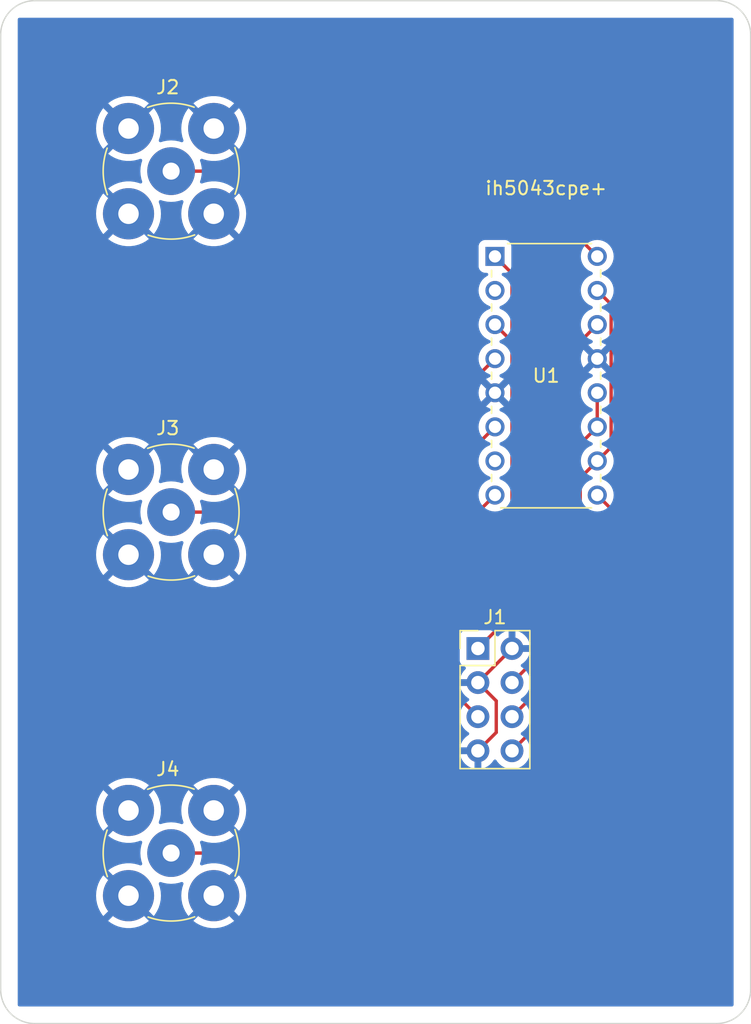
<source format=kicad_pcb>
(kicad_pcb (version 20211014) (generator pcbnew)
  (layers (0 "F.Cu" signal) (31 "B.Cu" signal) (34 "B.Paste" user) (35 "F.Paste" user) (36 "B.SilkS" user "B.Silkscreen") (37 "F.SilkS" user "F.Silkscreen") (38 "B.Mask" user) (39 "F.Mask" user) (44 "Edge.Cuts" user))
  (net 0 "")
  (net 1 "/analogInput1+")
  (net 2 "GND")
  (net 3 "/analogInput2+")
  (net 4 "-5V")
  (net 5 "+5V")
  (net 6 "/clock")
  (net 7 "/sensor1")
  (net 8 "/sensor2")
  (net 9 "/sensor3")
  (footprint "Connector_Coaxial:BNC_TEConnectivity_1478204_Vertical" (layer "F.Cu") (at 198.12 96.52)
    (fp_text reference "J2" (at -0.25 -6.25) (layer "F.SilkS"))
    (fp_text value "Conn_Coaxial")
    (fp_arc (start -4.75 1.75) (mid -5.062075 0.019867) (end -4.763589 -1.712663) (layer "F.SilkS") (width 0.12))
    (fp_arc (start 4.75 -1.75) (mid 5.062075 -0.019867) (end 4.763589 1.712663) (layer "F.SilkS") (width 0.12))
    (fp_arc (start 1.75 4.75) (mid 0.019867 5.062075) (end -1.712663 4.763589) (layer "F.SilkS") (width 0.12))
    (fp_arc (start -1.75 -4.75) (mid -0.019867 -5.062075) (end 1.712663 -4.763589) (layer "F.SilkS") (width 0.12))
    (pad "1" thru_hole circle (at 0 0) (size 3.556 3.556) (drill 1.27) (layers *.Cu *.Mask) (net 7 "/sensor1"))
    (pad "2" thru_hole circle (at -3.175 3.175) (size 3.81 3.81) (drill 1.524) (layers *.Cu *.Mask) (net 2 "GND"))
    (pad "2" thru_hole circle (at -3.175 -3.175) (size 3.81 3.81) (drill 1.524) (layers *.Cu *.Mask) (net 2 "GND"))
    (pad "2" thru_hole circle (at 3.175 3.175) (size 3.81 3.81) (drill 1.524) (layers *.Cu *.Mask) (net 2 "GND"))
    (pad "2" thru_hole circle (at 3.175 -3.175) (size 3.81 3.81) (drill 1.524) (layers *.Cu *.Mask) (net 2 "GND"))
  )
  (footprint "Connector_Coaxial:BNC_TEConnectivity_1478204_Vertical" (layer "F.Cu") (at 198.12 147.32)
    (fp_text reference "J4" (at -0.25 -6.25) (layer "F.SilkS"))
    (fp_text value "Conn_Coaxial")
    (fp_arc (start 4.75 -1.75) (mid 5.062075 -0.019867) (end 4.763589 1.712663) (layer "F.SilkS") (width 0.12))
    (fp_arc (start 1.75 4.75) (mid 0.019867 5.062075) (end -1.712663 4.763589) (layer "F.SilkS") (width 0.12))
    (fp_arc (start -4.75 1.75) (mid -5.062075 0.019867) (end -4.763589 -1.712663) (layer "F.SilkS") (width 0.12))
    (fp_arc (start -1.75 -4.75) (mid -0.019867 -5.062075) (end 1.712663 -4.763589) (layer "F.SilkS") (width 0.12))
    (pad "1" thru_hole circle (at 0 0) (size 3.556 3.556) (drill 1.27) (layers *.Cu *.Mask) (net 9 "/sensor3"))
    (pad "2" thru_hole circle (at -3.175 -3.175) (size 3.81 3.81) (drill 1.524) (layers *.Cu *.Mask) (net 2 "GND"))
    (pad "2" thru_hole circle (at -3.175 3.175) (size 3.81 3.81) (drill 1.524) (layers *.Cu *.Mask) (net 2 "GND"))
    (pad "2" thru_hole circle (at 3.175 3.175) (size 3.81 3.81) (drill 1.524) (layers *.Cu *.Mask) (net 2 "GND"))
    (pad "2" thru_hole circle (at 3.175 -3.175) (size 3.81 3.81) (drill 1.524) (layers *.Cu *.Mask) (net 2 "GND"))
  )
  (footprint "Connector_PinHeader_2.54mm:PinHeader_2x04_P2.54mm_Vertical" (layer "F.Cu") (at 220.98 132.08)
    (fp_text reference "J1" (at 1.27 -2.33) (layer "F.SilkS"))
    (fp_text value "Conn_02x04_Counter_Clockwise")
    (fp_line (start 3.87 -1.33) (end 3.87 8.95) (layer "F.SilkS") (width 0.12))
    (fp_line (start 1.27 1.27) (end 1.27 -1.33) (layer "F.SilkS") (width 0.12))
    (fp_line (start 1.27 -1.33) (end 3.87 -1.33) (layer "F.SilkS") (width 0.12))
    (fp_line (start -1.33 0) (end -1.33 -1.33) (layer "F.SilkS") (width 0.12))
    (fp_line (start -1.33 -1.33) (end 0 -1.33) (layer "F.SilkS") (width 0.12))
    (fp_line (start -1.33 8.95) (end 3.87 8.95) (layer "F.SilkS") (width 0.12))
    (fp_line (start -1.33 1.27) (end 1.27 1.27) (layer "F.SilkS") (width 0.12))
    (fp_line (start -1.33 1.27) (end -1.33 8.95) (layer "F.SilkS") (width 0.12))
    (pad "1" thru_hole rect (at 0 0) (size 1.7 1.7) (drill 1) (layers *.Cu *.Mask) (net 1 "/analogInput1+"))
    (pad "2" thru_hole oval (at 0 2.54) (size 1.7 1.7) (drill 1) (layers *.Cu *.Mask) (net 2 "GND"))
    (pad "3" thru_hole oval (at 0 5.08) (size 1.7 1.7) (drill 1) (layers *.Cu *.Mask) (net 3 "/analogInput2+"))
    (pad "4" thru_hole oval (at 0 7.62) (size 1.7 1.7) (drill 1) (layers *.Cu *.Mask) (net 2 "GND"))
    (pad "5" thru_hole oval (at 2.54 7.62) (size 1.7 1.7) (drill 1) (layers *.Cu *.Mask) (net 6 "/clock"))
    (pad "6" thru_hole oval (at 2.54 5.08) (size 1.7 1.7) (drill 1) (layers *.Cu *.Mask) (net 5 "+5V"))
    (pad "7" thru_hole oval (at 2.54 2.54) (size 1.7 1.7) (drill 1) (layers *.Cu *.Mask) (net 4 "-5V"))
    (pad "8" thru_hole oval (at 2.54 0) (size 1.7 1.7) (drill 1) (layers *.Cu *.Mask) (net 2 "GND"))
  )
  (footprint "IH5043:ih5043cpe&plus_" (layer "F.Cu") (at 222.25 102.87)
    (fp_text reference "U1" (at 3.81 8.89) (layer "F.SilkS"))
    (fp_text value "ih5043cpe+" (at 3.81 -5.08) (layer "F.SilkS"))
    (fp_line (start -0.254 6.092568) (end -0.254 6.607432) (layer "F.SilkS") (width 0.12))
    (fp_line (start 7.874 4.067432) (end 7.874 3.552568) (layer "F.SilkS") (width 0.12))
    (fp_line (start -0.254 11.172568) (end -0.254 11.687432) (layer "F.SilkS") (width 0.12))
    (fp_line (start 7.874 6.607432) (end 7.874 6.092568) (layer "F.SilkS") (width 0.12))
    (fp_line (start -0.254 8.632568) (end -0.254 9.147432) (layer "F.SilkS") (width 0.12))
    (fp_line (start 7.874 14.227432) (end 7.874 13.712568) (layer "F.SilkS") (width 0.12))
    (fp_line (start 7.874 1.527432) (end 7.874 1.012568) (layer "F.SilkS") (width 0.12))
    (fp_line (start 0.427264 18.7325) (end 7.192736 18.7325) (layer "F.SilkS") (width 0.12))
    (fp_line (start -0.254 1.04394) (end -0.254 1.527432) (layer "F.SilkS") (width 0.12))
    (fp_line (start -0.254 13.712568) (end -0.254 14.227432) (layer "F.SilkS") (width 0.12))
    (fp_line (start 7.874 11.687432) (end 7.874 11.172568) (layer "F.SilkS") (width 0.12))
    (fp_line (start -0.254 16.252568) (end -0.254 16.767432) (layer "F.SilkS") (width 0.12))
    (fp_line (start 7.192736 -0.9525) (end 0.940307 -0.9525) (layer "F.SilkS") (width 0.12))
    (fp_line (start 7.874 9.147432) (end 7.874 8.632568) (layer "F.SilkS") (width 0.12))
    (fp_line (start 7.874 16.767432) (end 7.874 16.252568) (layer "F.SilkS") (width 0.12))
    (fp_line (start -0.254 3.552568) (end -0.254 4.067432) (layer "F.SilkS") (width 0.12))
    (pad "1" thru_hole rect (at 0 0) (size 1.4224 1.4224) (drill 0.9144) (layers *.Cu *.Mask) (net 1 "/analogInput1+"))
    (pad "2" thru_hole circle (at 0 2.54) (size 1.4224 1.4224) (drill 0.9144) (layers *.Cu *.Mask))
    (pad "3" thru_hole circle (at 0 5.08) (size 1.4224 1.4224) (drill 0.9144) (layers *.Cu *.Mask) (net 1 "/analogInput1+"))
    (pad "4" thru_hole circle (at 0 7.62) (size 1.4224 1.4224) (drill 0.9144) (layers *.Cu *.Mask) (net 8 "/sensor2"))
    (pad "5" thru_hole circle (at 0 10.16) (size 1.4224 1.4224) (drill 0.9144) (layers *.Cu *.Mask) (net 2 "GND"))
    (pad "6" thru_hole circle (at 0 12.7) (size 1.4224 1.4224) (drill 0.9144) (layers *.Cu *.Mask) (net 3 "/analogInput2+"))
    (pad "7" thru_hole circle (at 0 15.24) (size 1.4224 1.4224) (drill 0.9144) (layers *.Cu *.Mask))
    (pad "8" thru_hole circle (at 0 17.78) (size 1.4224 1.4224) (drill 0.9144) (layers *.Cu *.Mask) (net 3 "/analogInput2+"))
    (pad "9" thru_hole circle (at 7.62 17.78) (size 1.4224 1.4224) (drill 0.9144) (layers *.Cu *.Mask) (net 9 "/sensor3"))
    (pad "10" thru_hole circle (at 7.62 15.24) (size 1.4224 1.4224) (drill 0.9144) (layers *.Cu *.Mask) (net 6 "/clock"))
    (pad "11" thru_hole circle (at 7.62 12.7) (size 1.4224 1.4224) (drill 0.9144) (layers *.Cu *.Mask) (net 5 "+5V"))
    (pad "12" thru_hole circle (at 7.62 10.16) (size 1.4224 1.4224) (drill 0.9144) (layers *.Cu *.Mask) (net 5 "+5V"))
    (pad "13" thru_hole circle (at 7.62 7.62) (size 1.4224 1.4224) (drill 0.9144) (layers *.Cu *.Mask) (net 2 "GND"))
    (pad "14" thru_hole circle (at 7.62 5.08) (size 1.4224 1.4224) (drill 0.9144) (layers *.Cu *.Mask) (net 4 "-5V"))
    (pad "15" thru_hole circle (at 7.62 2.54) (size 1.4224 1.4224) (drill 0.9144) (layers *.Cu *.Mask) (net 6 "/clock"))
    (pad "16" thru_hole circle (at 7.62 0) (size 1.4224 1.4224) (drill 0.9144) (layers *.Cu *.Mask) (net 7 "/sensor1"))
  )
  (footprint "Connector_Coaxial:BNC_TEConnectivity_1478204_Vertical" (layer "F.Cu") (at 198.12 121.92)
    (fp_text reference "J3" (at -0.25 -6.25) (layer "F.SilkS"))
    (fp_text value "Conn_Coaxial")
    (fp_arc (start 4.75 -1.75) (mid 5.062075 -0.019867) (end 4.763589 1.712663) (layer "F.SilkS") (width 0.12))
    (fp_arc (start 1.75 4.75) (mid 0.019867 5.062075) (end -1.712663 4.763589) (layer "F.SilkS") (width 0.12))
    (fp_arc (start -1.75 -4.75) (mid -0.019867 -5.062075) (end 1.712663 -4.763589) (layer "F.SilkS") (width 0.12))
    (fp_arc (start -4.75 1.75) (mid -5.062075 0.019867) (end -4.763589 -1.712663) (layer "F.SilkS") (width 0.12))
    (pad "1" thru_hole circle (at 0 0) (size 3.556 3.556) (drill 1.27) (layers *.Cu *.Mask) (net 8 "/sensor2"))
    (pad "2" thru_hole circle (at 3.175 -3.175) (size 3.81 3.81) (drill 1.524) (layers *.Cu *.Mask) (net 2 "GND"))
    (pad "2" thru_hole circle (at -3.175 3.175) (size 3.81 3.81) (drill 1.524) (layers *.Cu *.Mask) (net 2 "GND"))
    (pad "2" thru_hole circle (at 3.175 3.175) (size 3.81 3.81) (drill 1.524) (layers *.Cu *.Mask) (net 2 "GND"))
    (pad "2" thru_hole circle (at -3.175 -3.175) (size 3.81 3.81) (drill 1.524) (layers *.Cu *.Mask) (net 2 "GND"))
  )
  (gr_line (start 238.76 83.82) (end 187.96 83.82) (layer "Edge.Cuts") (width 0.1))
  (gr_arc (start 187.96 160.02) (mid 186.163949 159.276051) (end 185.42 157.48) (layer "Edge.Cuts") (width 0.1))
  (gr_line (start 241.3 157.48) (end 241.3 86.36) (layer "Edge.Cuts") (width 0.1))
  (gr_line (start 185.42 86.36) (end 185.42 157.48) (layer "Edge.Cuts") (width 0.1))
  (gr_arc (start 238.76 83.82) (mid 240.556051 84.563949) (end 241.3 86.36) (layer "Edge.Cuts") (width 0.1))
  (gr_arc (start 241.3 157.48) (mid 240.556051 159.276051) (end 238.76 160.02) (layer "Edge.Cuts") (width 0.1))
  (gr_arc (start 185.42 86.36) (mid 186.163949 84.563949) (end 187.96 83.82) (layer "Edge.Cuts") (width 0.1))
  (gr_line (start 187.96 160.02) (end 238.76 160.02) (layer "Edge.Cuts") (width 0.1))
  (segment (start 223.52 104.14) (end 223.52 109.22) (width 0.25) (layer "F.Cu") (net 1))
  (segment (start 222.25 107.95) (end 223.52 109.22) (width 0.25) (layer "F.Cu") (net 1))
  (segment (start 223.52 109.22) (end 223.52 129.54) (width 0.25) (layer "F.Cu") (net 1))
  (segment (start 223.52 129.54) (end 220.98 132.08) (width 0.25) (layer "F.Cu") (net 1))
  (segment (start 222.25 102.87) (end 223.52 104.14) (width 0.25) (layer "F.Cu") (net 1))
  (segment (start 222.345489 135.985489) (end 222.345489 138.334511) (width 0.25) (layer "F.Cu") (net 2))
  (segment (start 220.98 134.62) (end 222.345489 135.985489) (width 0.25) (layer "F.Cu") (net 2))
  (segment (start 223.52 132.08) (end 220.98 134.62) (width 0.25) (layer "F.Cu") (net 2))
  (segment (start 222.345489 138.334511) (end 220.98 139.7) (width 0.25) (layer "F.Cu") (net 2))
  (segment (start 218.44 127) (end 218.44 134.62) (width 0.25) (layer "F.Cu") (net 3))
  (segment (start 222.25 115.57) (end 218.44 119.38) (width 0.25) (layer "F.Cu") (net 3))
  (segment (start 222.25 120.65) (end 218.44 124.46) (width 0.25) (layer "F.Cu") (net 3))
  (segment (start 218.44 119.38) (end 218.44 127) (width 0.25) (layer "F.Cu") (net 3))
  (segment (start 218.44 134.62) (end 220.98 137.16) (width 0.25) (layer "F.Cu") (net 3))
  (segment (start 218.44 124.46) (end 218.44 127) (width 0.25) (layer "F.Cu") (net 3))
  (segment (start 225.61048 132.52952) (end 225.61048 112.20952) (width 0.25) (layer "F.Cu") (net 4))
  (segment (start 225.61048 112.20952) (end 229.87 107.95) (width 0.25) (layer "F.Cu") (net 4))
  (segment (start 223.52 134.62) (end 225.61048 132.52952) (width 0.25) (layer "F.Cu") (net 4))
  (segment (start 226.06 134.62) (end 226.06 119.38) (width 0.25) (layer "F.Cu") (net 5))
  (segment (start 229.87 115.57) (end 226.06 119.38) (width 0.25) (layer "F.Cu") (net 5))
  (segment (start 229.87 113.03) (end 229.87 115.57) (width 0.25) (layer "F.Cu") (net 5))
  (segment (start 223.52 137.16) (end 226.06 134.62) (width 0.25) (layer "F.Cu") (net 5))
  (segment (start 230.905711 117.074289) (end 229.87 118.11) (width 0.25) (layer "F.Cu") (net 6))
  (segment (start 230.905711 106.445711) (end 230.905711 117.074289) (width 0.25) (layer "F.Cu") (net 6))
  (segment (start 229.87 105.41) (end 230.905711 106.445711) (width 0.25) (layer "F.Cu") (net 6))
  (segment (start 229.87 118.11) (end 228.6 119.38) (width 0.25) (layer "F.Cu") (net 6))
  (segment (start 228.6 119.38) (end 228.6 134.62) (width 0.25) (layer "F.Cu") (net 6))
  (segment (start 228.6 134.62) (end 223.52 139.7) (width 0.25) (layer "F.Cu") (net 6))
  (segment (start 223.52 96.52) (end 229.87 102.87) (width 0.25) (layer "F.Cu") (net 7))
  (segment (start 198.12 96.52) (end 223.52 96.52) (width 0.25) (layer "F.Cu") (net 7))
  (segment (start 198.12 121.92) (end 210.82 121.92) (width 0.25) (layer "F.Cu") (net 8))
  (segment (start 210.82 121.92) (end 222.25 110.49) (width 0.25) (layer "F.Cu") (net 8))
  (segment (start 228.6 147.32) (end 231.14 144.78) (width 0.25) (layer "F.Cu") (net 9))
  (segment (start 198.12 147.32) (end 228.6 147.32) (width 0.25) (layer "F.Cu") (net 9))
  (segment (start 231.14 121.92) (end 229.87 120.65) (width 0.25) (layer "F.Cu") (net 9))
  (segment (start 231.14 144.78) (end 231.14 121.92) (width 0.25) (layer "F.Cu") (net 9))
  (zone (net 2) (net_name "GND") (layer "B.Cu") (connect_pads (clearance 0.508)) (min_thickness 0.254) (fill yes (thermal_gap 0.508) (thermal_bridge_width 0.508))
    (polygon (pts (xy 240.03 158.75) (xy 186.69 158.75) (xy 186.69 85.09) (xy 240.03 85.09)))
  )
)
</source>
